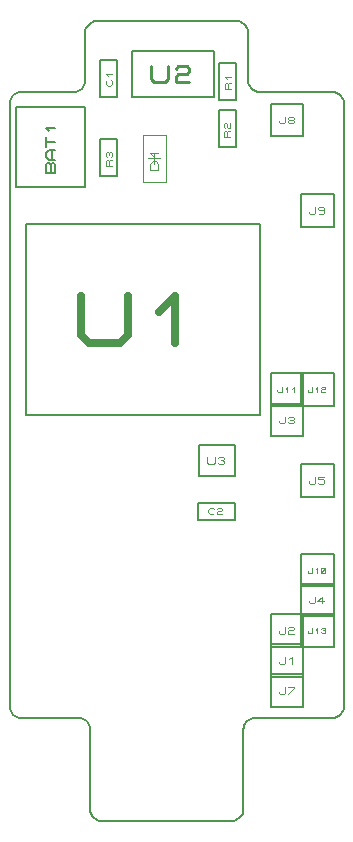
<source format=gbr>
G04 PROTEUS RS274X GERBER FILE*
%FSLAX45Y45*%
%MOMM*%
G01*
%ADD23C,0.203200*%
%ADD38C,0.091440*%
%ADD39C,0.068580*%
%ADD40C,0.100750*%
%ADD41C,0.085340*%
%ADD42C,0.659880*%
%ADD43C,0.229980*%
%ADD44C,0.135650*%
%ADD45C,0.050000*%
%ADD46C,0.117000*%
D23*
X+1177840Y-707160D02*
X+1452160Y-707160D01*
X+1452160Y-432840D01*
X+1177840Y-432840D01*
X+1177840Y-707160D01*
D38*
X+1241848Y-579144D02*
X+1241848Y-588288D01*
X+1250992Y-597432D01*
X+1287568Y-597432D01*
X+1296712Y-588288D01*
X+1296712Y-542568D01*
X+1369864Y-542568D02*
X+1324144Y-542568D01*
X+1324144Y-560856D01*
X+1360720Y-560856D01*
X+1369864Y-570000D01*
X+1369864Y-588288D01*
X+1360720Y-597432D01*
X+1333288Y-597432D01*
X+1324144Y-588288D01*
D23*
X+922840Y-197160D02*
X+1197160Y-197160D01*
X+1197160Y+77160D01*
X+922840Y+77160D01*
X+922840Y-197160D01*
D38*
X+986848Y-69144D02*
X+986848Y-78288D01*
X+995992Y-87432D01*
X+1032568Y-87432D01*
X+1041712Y-78288D01*
X+1041712Y-32568D01*
X+1069144Y-41712D02*
X+1078288Y-32568D01*
X+1105720Y-32568D01*
X+1114864Y-41712D01*
X+1114864Y-50856D01*
X+1105720Y-60000D01*
X+1114864Y-69144D01*
X+1114864Y-78288D01*
X+1105720Y-87432D01*
X+1078288Y-87432D01*
X+1069144Y-78288D01*
X+1087432Y-60000D02*
X+1105720Y-60000D01*
D23*
X+922840Y-2232160D02*
X+1197160Y-2232160D01*
X+1197160Y-1957840D01*
X+922840Y-1957840D01*
X+922840Y-2232160D01*
D38*
X+986848Y-2104144D02*
X+986848Y-2113288D01*
X+995992Y-2122432D01*
X+1032568Y-2122432D01*
X+1041712Y-2113288D01*
X+1041712Y-2067568D01*
X+1078288Y-2085856D02*
X+1096576Y-2067568D01*
X+1096576Y-2122432D01*
D23*
X+922840Y-1977160D02*
X+1197160Y-1977160D01*
X+1197160Y-1702840D01*
X+922840Y-1702840D01*
X+922840Y-1977160D01*
D38*
X+986848Y-1849144D02*
X+986848Y-1858288D01*
X+995992Y-1867432D01*
X+1032568Y-1867432D01*
X+1041712Y-1858288D01*
X+1041712Y-1812568D01*
X+1069144Y-1821712D02*
X+1078288Y-1812568D01*
X+1105720Y-1812568D01*
X+1114864Y-1821712D01*
X+1114864Y-1830856D01*
X+1105720Y-1840000D01*
X+1078288Y-1840000D01*
X+1069144Y-1849144D01*
X+1069144Y-1867432D01*
X+1114864Y-1867432D01*
D23*
X+922840Y-2487160D02*
X+1197160Y-2487160D01*
X+1197160Y-2212840D01*
X+922840Y-2212840D01*
X+922840Y-2487160D01*
D38*
X+986848Y-2359144D02*
X+986848Y-2368288D01*
X+995992Y-2377432D01*
X+1032568Y-2377432D01*
X+1041712Y-2368288D01*
X+1041712Y-2322568D01*
X+1069144Y-2322568D02*
X+1114864Y-2322568D01*
X+1114864Y-2331712D01*
X+1069144Y-2377432D01*
D23*
X+922840Y+2342840D02*
X+1197160Y+2342840D01*
X+1197160Y+2617160D01*
X+922840Y+2617160D01*
X+922840Y+2342840D01*
D38*
X+986848Y+2470856D02*
X+986848Y+2461712D01*
X+995992Y+2452568D01*
X+1032568Y+2452568D01*
X+1041712Y+2461712D01*
X+1041712Y+2507432D01*
X+1078288Y+2480000D02*
X+1069144Y+2489144D01*
X+1069144Y+2498288D01*
X+1078288Y+2507432D01*
X+1105720Y+2507432D01*
X+1114864Y+2498288D01*
X+1114864Y+2489144D01*
X+1105720Y+2480000D01*
X+1078288Y+2480000D01*
X+1069144Y+2470856D01*
X+1069144Y+2461712D01*
X+1078288Y+2452568D01*
X+1105720Y+2452568D01*
X+1114864Y+2461712D01*
X+1114864Y+2470856D01*
X+1105720Y+2480000D01*
D23*
X+1177840Y+1577840D02*
X+1452160Y+1577840D01*
X+1452160Y+1852160D01*
X+1177840Y+1852160D01*
X+1177840Y+1577840D01*
D38*
X+1241848Y+1705856D02*
X+1241848Y+1696712D01*
X+1250992Y+1687568D01*
X+1287568Y+1687568D01*
X+1296712Y+1696712D01*
X+1296712Y+1742432D01*
X+1369864Y+1724144D02*
X+1360720Y+1715000D01*
X+1333288Y+1715000D01*
X+1324144Y+1724144D01*
X+1324144Y+1733288D01*
X+1333288Y+1742432D01*
X+1360720Y+1742432D01*
X+1369864Y+1733288D01*
X+1369864Y+1696712D01*
X+1360720Y+1687568D01*
X+1333288Y+1687568D01*
D23*
X-610000Y-3352045D02*
X-608010Y-3372492D01*
X-602285Y-3391400D01*
X-581094Y-3423139D01*
X-549356Y-3444330D01*
X-530447Y-3450055D01*
X-510000Y-3452045D01*
X-610000Y-3352045D02*
X-610000Y-2682045D01*
X-611990Y-2661598D01*
X-617715Y-2642690D01*
X-638906Y-2610951D01*
X-670644Y-2589760D01*
X-689553Y-2584035D01*
X-710000Y-2582045D01*
X-1190000Y-2582045D01*
X-1290000Y-2482045D02*
X-1288010Y-2502492D01*
X-1282285Y-2521400D01*
X-1261094Y-2553139D01*
X-1229356Y-2574330D01*
X-1210447Y-2580055D01*
X-1190000Y-2582045D01*
X-1290000Y-2482045D02*
X-1290000Y+2617964D01*
X-1288010Y+2638411D01*
X-1282285Y+2657319D01*
X-1261094Y+2689058D01*
X-1229356Y+2710249D01*
X-1210447Y+2715974D01*
X-1190000Y+2717964D01*
X-750000Y+2717964D01*
X-650000Y+2817964D02*
X-651990Y+2797517D01*
X-657715Y+2778609D01*
X-678906Y+2746870D01*
X-710644Y+2725679D01*
X-729553Y+2719954D01*
X-750000Y+2717964D01*
X-650000Y+2817964D02*
X-650000Y+3218300D01*
X-648010Y+3238747D01*
X-642285Y+3257655D01*
X-621094Y+3289394D01*
X-589356Y+3310585D01*
X-570447Y+3316310D01*
X-550000Y+3318300D01*
X+630000Y+3318300D01*
X+730000Y+3218300D02*
X+728010Y+3238747D01*
X+722285Y+3257655D01*
X+701094Y+3289394D01*
X+669356Y+3310585D01*
X+650447Y+3316310D01*
X+630000Y+3318300D01*
X+730000Y+3218300D02*
X+730000Y+2817964D01*
X+731990Y+2797517D01*
X+737715Y+2778609D01*
X+758906Y+2746870D01*
X+790644Y+2725679D01*
X+809553Y+2719954D01*
X+830000Y+2717964D01*
X+1440000Y+2717964D01*
X+1540000Y+2617964D02*
X+1538010Y+2638411D01*
X+1532285Y+2657319D01*
X+1511094Y+2689058D01*
X+1479356Y+2710249D01*
X+1460447Y+2715974D01*
X+1440000Y+2717964D01*
X+1540000Y+2617964D02*
X+1540000Y-2482045D01*
X+1538010Y-2502492D01*
X+1532285Y-2521400D01*
X+1511094Y-2553139D01*
X+1479356Y-2574330D01*
X+1460447Y-2580055D01*
X+1440000Y-2582045D01*
X+790000Y-2582045D01*
X+690000Y-2682045D02*
X+691990Y-2661598D01*
X+697715Y-2642690D01*
X+718906Y-2610951D01*
X+750644Y-2589760D01*
X+769553Y-2584035D01*
X+790000Y-2582045D01*
X+690000Y-2682045D02*
X+690000Y-3352045D01*
X+688010Y-3372492D01*
X+682285Y-3391400D01*
X+661094Y-3423139D01*
X+629356Y-3444330D01*
X+610447Y-3450055D01*
X+590000Y-3452045D01*
X+302500Y-3452045D01*
X-222500Y-3452045D02*
X-510000Y-3452045D01*
X+302500Y-3452045D02*
X-222500Y-3452045D01*
X+922840Y+62840D02*
X+1197160Y+62840D01*
X+1197160Y+337160D01*
X+922840Y+337160D01*
X+922840Y+62840D01*
D39*
X+977704Y+193142D02*
X+977704Y+186284D01*
X+984562Y+179426D01*
X+1011994Y+179426D01*
X+1018852Y+186284D01*
X+1018852Y+220574D01*
X+1046284Y+206858D02*
X+1060000Y+220574D01*
X+1060000Y+179426D01*
X+1101148Y+206858D02*
X+1114864Y+220574D01*
X+1114864Y+179426D01*
D23*
X+1177840Y+62840D02*
X+1452160Y+62840D01*
X+1452160Y+337160D01*
X+1177840Y+337160D01*
X+1177840Y+62840D01*
D39*
X+1232704Y+193142D02*
X+1232704Y+186284D01*
X+1239562Y+179426D01*
X+1266994Y+179426D01*
X+1273852Y+186284D01*
X+1273852Y+220574D01*
X+1301284Y+206858D02*
X+1315000Y+220574D01*
X+1315000Y+179426D01*
X+1349290Y+213716D02*
X+1356148Y+220574D01*
X+1376722Y+220574D01*
X+1383580Y+213716D01*
X+1383580Y+206858D01*
X+1376722Y+200000D01*
X+1356148Y+200000D01*
X+1349290Y+193142D01*
X+1349290Y+179426D01*
X+1383580Y+179426D01*
D23*
X+314490Y-531560D02*
X+616750Y-531560D01*
X+616750Y-270140D01*
X+314490Y-270140D01*
X+314490Y-531560D01*
D40*
X+385018Y-370624D02*
X+385018Y-421001D01*
X+395093Y-431076D01*
X+435394Y-431076D01*
X+445469Y-421001D01*
X+445469Y-370624D01*
X+475695Y-380699D02*
X+485770Y-370624D01*
X+515996Y-370624D01*
X+526071Y-380699D01*
X+526071Y-390775D01*
X+515996Y-400850D01*
X+526071Y-410925D01*
X+526071Y-421001D01*
X+515996Y-431076D01*
X+485770Y-431076D01*
X+475695Y-421001D01*
X+495845Y-400850D02*
X+515996Y-400850D01*
D23*
X+300840Y-903580D02*
X+615800Y-903580D01*
X+615800Y-761340D01*
X+300840Y-761340D01*
X+300840Y-903580D01*
D41*
X+441251Y-849529D02*
X+432716Y-858064D01*
X+407113Y-858064D01*
X+390045Y-840995D01*
X+390045Y-823926D01*
X+407113Y-806857D01*
X+432716Y-806857D01*
X+441251Y-815392D01*
X+466854Y-815392D02*
X+475388Y-806857D01*
X+500991Y-806857D01*
X+509526Y-815392D01*
X+509526Y-823926D01*
X+500991Y-832460D01*
X+475388Y-832460D01*
X+466854Y-840995D01*
X+466854Y-858064D01*
X+509526Y-858064D01*
D23*
X-1147320Y-20160D02*
X+832320Y-20160D01*
X+832320Y+1600160D01*
X-1147320Y+1600160D01*
X-1147320Y-20160D01*
D42*
X-685404Y+987964D02*
X-685404Y+658024D01*
X-619416Y+592036D01*
X-355464Y+592036D01*
X-289476Y+658024D01*
X-289476Y+987964D01*
X-25524Y+855988D02*
X+106452Y+987964D01*
X+106452Y+592036D01*
D23*
X-251300Y+2675000D02*
X+438660Y+2675000D01*
X+438660Y+3066471D01*
X-251300Y+3066471D01*
X-251300Y+2675000D01*
D43*
X-90308Y+2939730D02*
X-90308Y+2824737D01*
X-67310Y+2801739D01*
X+24684Y+2801739D01*
X+47683Y+2824737D01*
X+47683Y+2939730D01*
X+116678Y+2916732D02*
X+139677Y+2939730D01*
X+208672Y+2939730D01*
X+231671Y+2916732D01*
X+231671Y+2893733D01*
X+208672Y+2870735D01*
X+139677Y+2870735D01*
X+116678Y+2847736D01*
X+116678Y+2801739D01*
X+231671Y+2801739D01*
D23*
X-1232192Y+1912500D02*
X-653125Y+1912500D01*
X-653125Y+2590754D01*
X-1232192Y+2590754D01*
X-1232192Y+1912500D01*
D44*
X-901964Y+2034587D02*
X-983354Y+2034587D01*
X-983354Y+2102412D01*
X-969789Y+2115977D01*
X-956224Y+2115977D01*
X-942659Y+2102412D01*
X-929094Y+2115977D01*
X-915529Y+2115977D01*
X-901964Y+2102412D01*
X-901964Y+2034587D01*
X-942659Y+2034587D02*
X-942659Y+2102412D01*
X-901964Y+2143107D02*
X-956224Y+2143107D01*
X-983354Y+2170237D01*
X-983354Y+2197367D01*
X-956224Y+2224497D01*
X-901964Y+2224497D01*
X-929094Y+2143107D02*
X-929094Y+2224497D01*
X-983354Y+2251627D02*
X-983354Y+2333017D01*
X-983354Y+2292322D02*
X-901964Y+2292322D01*
X-956224Y+2387277D02*
X-983354Y+2414407D01*
X-901964Y+2414407D01*
D23*
X-523660Y+2675840D02*
X-381420Y+2675840D01*
X-381420Y+2990800D01*
X-523660Y+2990800D01*
X-523660Y+2675840D01*
D41*
X-435471Y+2816251D02*
X-426936Y+2807716D01*
X-426936Y+2782113D01*
X-444005Y+2765045D01*
X-461074Y+2765045D01*
X-478143Y+2782113D01*
X-478143Y+2807716D01*
X-469608Y+2816251D01*
X-461074Y+2850388D02*
X-478143Y+2867457D01*
X-426936Y+2867457D01*
D45*
X-160000Y+2355000D02*
X-160000Y+1955000D01*
X+30000Y+1955000D01*
X+30000Y+2355000D01*
X-160000Y+2355000D01*
X-15000Y+2155000D02*
X-115000Y+2155000D01*
X-65000Y+2105000D02*
X-65000Y+2205000D01*
D46*
X-29900Y+2061400D02*
X-100100Y+2061400D01*
X-100100Y+2108200D01*
X-76700Y+2131600D01*
X-53300Y+2131600D01*
X-29900Y+2108200D01*
X-29900Y+2061400D01*
X-76700Y+2178400D02*
X-100100Y+2201800D01*
X-29900Y+2201800D01*
D23*
X-523580Y+2004200D02*
X-381340Y+2004200D01*
X-381340Y+2319160D01*
X-523580Y+2319160D01*
X-523580Y+2004200D01*
D41*
X-426856Y+2093405D02*
X-478063Y+2093405D01*
X-478063Y+2136076D01*
X-469528Y+2144611D01*
X-460994Y+2144611D01*
X-452460Y+2136076D01*
X-452460Y+2093405D01*
X-452460Y+2136076D02*
X-443925Y+2144611D01*
X-426856Y+2144611D01*
X-469528Y+2170214D02*
X-478063Y+2178748D01*
X-478063Y+2204351D01*
X-469528Y+2212886D01*
X-460994Y+2212886D01*
X-452460Y+2204351D01*
X-443925Y+2212886D01*
X-435391Y+2212886D01*
X-426856Y+2204351D01*
X-426856Y+2178748D01*
X-435391Y+2170214D01*
X-452460Y+2187283D02*
X-452460Y+2204351D01*
D23*
X+486340Y+2650840D02*
X+628580Y+2650840D01*
X+628580Y+2965800D01*
X+486340Y+2965800D01*
X+486340Y+2650840D01*
D41*
X+583064Y+2740045D02*
X+531857Y+2740045D01*
X+531857Y+2782716D01*
X+540392Y+2791251D01*
X+548926Y+2791251D01*
X+557460Y+2782716D01*
X+557460Y+2740045D01*
X+557460Y+2782716D02*
X+565995Y+2791251D01*
X+583064Y+2791251D01*
X+548926Y+2825388D02*
X+531857Y+2842457D01*
X+583064Y+2842457D01*
D23*
X+481420Y+2250840D02*
X+623660Y+2250840D01*
X+623660Y+2565800D01*
X+481420Y+2565800D01*
X+481420Y+2250840D01*
D41*
X+578144Y+2340045D02*
X+526937Y+2340045D01*
X+526937Y+2382716D01*
X+535472Y+2391251D01*
X+544006Y+2391251D01*
X+552540Y+2382716D01*
X+552540Y+2340045D01*
X+552540Y+2382716D02*
X+561075Y+2391251D01*
X+578144Y+2391251D01*
X+535472Y+2416854D02*
X+526937Y+2425388D01*
X+526937Y+2450991D01*
X+535472Y+2459526D01*
X+544006Y+2459526D01*
X+552540Y+2450991D01*
X+552540Y+2425388D01*
X+561075Y+2416854D01*
X+578144Y+2416854D01*
X+578144Y+2459526D01*
D23*
X+1177840Y-1722160D02*
X+1452160Y-1722160D01*
X+1452160Y-1447840D01*
X+1177840Y-1447840D01*
X+1177840Y-1722160D01*
D38*
X+1241848Y-1594144D02*
X+1241848Y-1603288D01*
X+1250992Y-1612432D01*
X+1287568Y-1612432D01*
X+1296712Y-1603288D01*
X+1296712Y-1557568D01*
X+1369864Y-1594144D02*
X+1315000Y-1594144D01*
X+1351576Y-1557568D01*
X+1351576Y-1612432D01*
D23*
X+1177840Y-1467160D02*
X+1452160Y-1467160D01*
X+1452160Y-1192840D01*
X+1177840Y-1192840D01*
X+1177840Y-1467160D01*
D39*
X+1232704Y-1336858D02*
X+1232704Y-1343716D01*
X+1239562Y-1350574D01*
X+1266994Y-1350574D01*
X+1273852Y-1343716D01*
X+1273852Y-1309426D01*
X+1301284Y-1323142D02*
X+1315000Y-1309426D01*
X+1315000Y-1350574D01*
X+1342432Y-1343716D02*
X+1342432Y-1316284D01*
X+1349290Y-1309426D01*
X+1376722Y-1309426D01*
X+1383580Y-1316284D01*
X+1383580Y-1343716D01*
X+1376722Y-1350574D01*
X+1349290Y-1350574D01*
X+1342432Y-1343716D01*
X+1342432Y-1350574D02*
X+1383580Y-1309426D01*
D23*
X+1177840Y-1977160D02*
X+1452160Y-1977160D01*
X+1452160Y-1702840D01*
X+1177840Y-1702840D01*
X+1177840Y-1977160D01*
D39*
X+1232704Y-1846858D02*
X+1232704Y-1853716D01*
X+1239562Y-1860574D01*
X+1266994Y-1860574D01*
X+1273852Y-1853716D01*
X+1273852Y-1819426D01*
X+1301284Y-1833142D02*
X+1315000Y-1819426D01*
X+1315000Y-1860574D01*
X+1349290Y-1826284D02*
X+1356148Y-1819426D01*
X+1376722Y-1819426D01*
X+1383580Y-1826284D01*
X+1383580Y-1833142D01*
X+1376722Y-1840000D01*
X+1383580Y-1846858D01*
X+1383580Y-1853716D01*
X+1376722Y-1860574D01*
X+1356148Y-1860574D01*
X+1349290Y-1853716D01*
X+1363006Y-1840000D02*
X+1376722Y-1840000D01*
M02*

</source>
